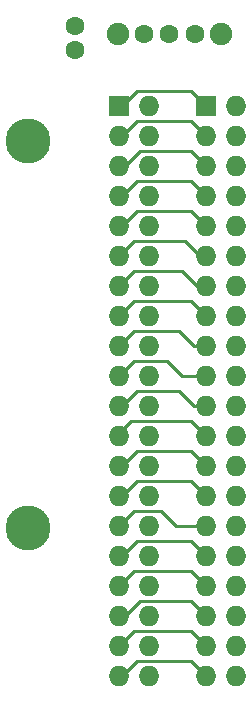
<source format=gbr>
G04 #@! TF.GenerationSoftware,KiCad,Pcbnew,5.0.2+dfsg1-1~bpo9+1*
G04 #@! TF.CreationDate,2019-07-06T14:36:30+01:00*
G04 #@! TF.ProjectId,pi_gpio_breakout_fan,70695f67-7069-46f5-9f62-7265616b6f75,rev?*
G04 #@! TF.SameCoordinates,Original*
G04 #@! TF.FileFunction,Copper,L2,Bot*
G04 #@! TF.FilePolarity,Positive*
%FSLAX46Y46*%
G04 Gerber Fmt 4.6, Leading zero omitted, Abs format (unit mm)*
G04 Created by KiCad (PCBNEW 5.0.2+dfsg1-1~bpo9+1) date Sat 06 Jul 2019 14:36:30 BST*
%MOMM*%
%LPD*%
G01*
G04 APERTURE LIST*
G04 #@! TA.AperFunction,ComponentPad*
%ADD10R,1.727200X1.727200*%
G04 #@! TD*
G04 #@! TA.AperFunction,ComponentPad*
%ADD11O,1.727200X1.727200*%
G04 #@! TD*
G04 #@! TA.AperFunction,ComponentPad*
%ADD12C,1.600000*%
G04 #@! TD*
G04 #@! TA.AperFunction,ComponentPad*
%ADD13C,3.800000*%
G04 #@! TD*
G04 #@! TA.AperFunction,ComponentPad*
%ADD14C,1.900000*%
G04 #@! TD*
G04 #@! TA.AperFunction,Conductor*
%ADD15C,0.250000*%
G04 #@! TD*
G04 APERTURE END LIST*
D10*
G04 #@! TO.P,U1,1*
G04 #@! TO.N,Net-(U1-Pad1)*
X155956000Y-104902000D03*
D11*
G04 #@! TO.P,U1,2*
G04 #@! TO.N,Net-(SW1-Pad2)*
X158496000Y-104902000D03*
G04 #@! TO.P,U1,3*
G04 #@! TO.N,Net-(U1-Pad3)*
X155956000Y-107442000D03*
G04 #@! TO.P,U1,4*
G04 #@! TO.N,Net-(U1-Pad4)*
X158496000Y-107442000D03*
G04 #@! TO.P,U1,5*
G04 #@! TO.N,Net-(U1-Pad5)*
X155956000Y-109982000D03*
G04 #@! TO.P,U1,6*
G04 #@! TO.N,Net-(U1-Pad6)*
X158496000Y-109982000D03*
G04 #@! TO.P,U1,7*
G04 #@! TO.N,Net-(U1-Pad7)*
X155956000Y-112522000D03*
G04 #@! TO.P,U1,8*
G04 #@! TO.N,Net-(U1-Pad8)*
X158496000Y-112522000D03*
G04 #@! TO.P,U1,9*
G04 #@! TO.N,Net-(U1-Pad9)*
X155956000Y-115062000D03*
G04 #@! TO.P,U1,10*
G04 #@! TO.N,Net-(U1-Pad10)*
X158496000Y-115062000D03*
G04 #@! TO.P,U1,11*
G04 #@! TO.N,Net-(U1-Pad11)*
X155956000Y-117602000D03*
G04 #@! TO.P,U1,12*
G04 #@! TO.N,Net-(U1-Pad12)*
X158496000Y-117602000D03*
G04 #@! TO.P,U1,13*
G04 #@! TO.N,Net-(U1-Pad13)*
X155956000Y-120142000D03*
G04 #@! TO.P,U1,14*
G04 #@! TO.N,Net-(U1-Pad14)*
X158496000Y-120142000D03*
G04 #@! TO.P,U1,15*
G04 #@! TO.N,Net-(U1-Pad15)*
X155956000Y-122682000D03*
G04 #@! TO.P,U1,16*
G04 #@! TO.N,Net-(U1-Pad16)*
X158496000Y-122682000D03*
G04 #@! TO.P,U1,17*
G04 #@! TO.N,Net-(U1-Pad17)*
X155956000Y-125222000D03*
G04 #@! TO.P,U1,18*
G04 #@! TO.N,Net-(U1-Pad18)*
X158496000Y-125222000D03*
G04 #@! TO.P,U1,19*
G04 #@! TO.N,Net-(U1-Pad19)*
X155956000Y-127762000D03*
G04 #@! TO.P,U1,20*
G04 #@! TO.N,Net-(U1-Pad20)*
X158496000Y-127762000D03*
G04 #@! TO.P,U1,21*
G04 #@! TO.N,Net-(U1-Pad21)*
X155956000Y-130302000D03*
G04 #@! TO.P,U1,22*
G04 #@! TO.N,Net-(U1-Pad22)*
X158496000Y-130302000D03*
G04 #@! TO.P,U1,23*
G04 #@! TO.N,Net-(U1-Pad23)*
X155956000Y-132842000D03*
G04 #@! TO.P,U1,24*
G04 #@! TO.N,Net-(U1-Pad24)*
X158496000Y-132842000D03*
G04 #@! TO.P,U1,25*
G04 #@! TO.N,Net-(U1-Pad25)*
X155956000Y-135382000D03*
G04 #@! TO.P,U1,26*
G04 #@! TO.N,Net-(U1-Pad26)*
X158496000Y-135382000D03*
G04 #@! TO.P,U1,27*
G04 #@! TO.N,Net-(U1-Pad27)*
X155956000Y-137922000D03*
G04 #@! TO.P,U1,28*
G04 #@! TO.N,Net-(U1-Pad28)*
X158496000Y-137922000D03*
G04 #@! TO.P,U1,29*
G04 #@! TO.N,Net-(U1-Pad29)*
X155956000Y-140462000D03*
G04 #@! TO.P,U1,30*
G04 #@! TO.N,Net-(U1-Pad30)*
X158496000Y-140462000D03*
G04 #@! TO.P,U1,31*
G04 #@! TO.N,Net-(U1-Pad31)*
X155956000Y-143002000D03*
G04 #@! TO.P,U1,32*
G04 #@! TO.N,Net-(U1-Pad32)*
X158496000Y-143002000D03*
G04 #@! TO.P,U1,33*
G04 #@! TO.N,Net-(U1-Pad33)*
X155956000Y-145542000D03*
G04 #@! TO.P,U1,34*
G04 #@! TO.N,Net-(U1-Pad34)*
X158496000Y-145542000D03*
G04 #@! TO.P,U1,35*
G04 #@! TO.N,Net-(U1-Pad35)*
X155956000Y-148082000D03*
G04 #@! TO.P,U1,36*
G04 #@! TO.N,Net-(U1-Pad36)*
X158496000Y-148082000D03*
G04 #@! TO.P,U1,37*
G04 #@! TO.N,Net-(U1-Pad37)*
X155956000Y-150622000D03*
G04 #@! TO.P,U1,38*
G04 #@! TO.N,Net-(U1-Pad38)*
X158496000Y-150622000D03*
G04 #@! TO.P,U1,39*
G04 #@! TO.N,Net-(U1-Pad39)*
X155956000Y-153162000D03*
G04 #@! TO.P,U1,40*
G04 #@! TO.N,Net-(U1-Pad40)*
X158496000Y-153162000D03*
G04 #@! TD*
D10*
G04 #@! TO.P,U2,1*
G04 #@! TO.N,Net-(U1-Pad1)*
X148590000Y-104902000D03*
D11*
G04 #@! TO.P,U2,2*
G04 #@! TO.N,Net-(SW1-Pad2)*
X151130000Y-104902000D03*
G04 #@! TO.P,U2,3*
G04 #@! TO.N,Net-(U1-Pad3)*
X148590000Y-107442000D03*
G04 #@! TO.P,U2,4*
G04 #@! TO.N,Net-(U1-Pad4)*
X151130000Y-107442000D03*
G04 #@! TO.P,U2,5*
G04 #@! TO.N,Net-(U1-Pad5)*
X148590000Y-109982000D03*
G04 #@! TO.P,U2,6*
G04 #@! TO.N,Net-(U1-Pad6)*
X151130000Y-109982000D03*
G04 #@! TO.P,U2,7*
G04 #@! TO.N,Net-(U1-Pad7)*
X148590000Y-112522000D03*
G04 #@! TO.P,U2,8*
G04 #@! TO.N,Net-(U1-Pad8)*
X151130000Y-112522000D03*
G04 #@! TO.P,U2,9*
G04 #@! TO.N,Net-(U1-Pad9)*
X148590000Y-115062000D03*
G04 #@! TO.P,U2,10*
G04 #@! TO.N,Net-(U1-Pad10)*
X151130000Y-115062000D03*
G04 #@! TO.P,U2,11*
G04 #@! TO.N,Net-(U1-Pad11)*
X148590000Y-117602000D03*
G04 #@! TO.P,U2,12*
G04 #@! TO.N,Net-(U1-Pad12)*
X151130000Y-117602000D03*
G04 #@! TO.P,U2,13*
G04 #@! TO.N,Net-(U1-Pad13)*
X148590000Y-120142000D03*
G04 #@! TO.P,U2,14*
G04 #@! TO.N,Net-(U1-Pad14)*
X151130000Y-120142000D03*
G04 #@! TO.P,U2,15*
G04 #@! TO.N,Net-(U1-Pad15)*
X148590000Y-122682000D03*
G04 #@! TO.P,U2,16*
G04 #@! TO.N,Net-(U1-Pad16)*
X151130000Y-122682000D03*
G04 #@! TO.P,U2,17*
G04 #@! TO.N,Net-(U1-Pad17)*
X148590000Y-125222000D03*
G04 #@! TO.P,U2,18*
G04 #@! TO.N,Net-(U1-Pad18)*
X151130000Y-125222000D03*
G04 #@! TO.P,U2,19*
G04 #@! TO.N,Net-(U1-Pad19)*
X148590000Y-127762000D03*
G04 #@! TO.P,U2,20*
G04 #@! TO.N,Net-(U1-Pad20)*
X151130000Y-127762000D03*
G04 #@! TO.P,U2,21*
G04 #@! TO.N,Net-(U1-Pad21)*
X148590000Y-130302000D03*
G04 #@! TO.P,U2,22*
G04 #@! TO.N,Net-(U1-Pad22)*
X151130000Y-130302000D03*
G04 #@! TO.P,U2,23*
G04 #@! TO.N,Net-(U1-Pad23)*
X148590000Y-132842000D03*
G04 #@! TO.P,U2,24*
G04 #@! TO.N,Net-(U1-Pad24)*
X151130000Y-132842000D03*
G04 #@! TO.P,U2,25*
G04 #@! TO.N,Net-(U1-Pad25)*
X148590000Y-135382000D03*
G04 #@! TO.P,U2,26*
G04 #@! TO.N,Net-(U1-Pad26)*
X151130000Y-135382000D03*
G04 #@! TO.P,U2,27*
G04 #@! TO.N,Net-(U1-Pad27)*
X148590000Y-137922000D03*
G04 #@! TO.P,U2,28*
G04 #@! TO.N,Net-(U1-Pad28)*
X151130000Y-137922000D03*
G04 #@! TO.P,U2,29*
G04 #@! TO.N,Net-(U1-Pad29)*
X148590000Y-140462000D03*
G04 #@! TO.P,U2,30*
G04 #@! TO.N,Net-(U1-Pad30)*
X151130000Y-140462000D03*
G04 #@! TO.P,U2,31*
G04 #@! TO.N,Net-(U1-Pad31)*
X148590000Y-143002000D03*
G04 #@! TO.P,U2,32*
G04 #@! TO.N,Net-(U1-Pad32)*
X151130000Y-143002000D03*
G04 #@! TO.P,U2,33*
G04 #@! TO.N,Net-(U1-Pad33)*
X148590000Y-145542000D03*
G04 #@! TO.P,U2,34*
G04 #@! TO.N,Net-(U1-Pad34)*
X151130000Y-145542000D03*
G04 #@! TO.P,U2,35*
G04 #@! TO.N,Net-(U1-Pad35)*
X148590000Y-148082000D03*
G04 #@! TO.P,U2,36*
G04 #@! TO.N,Net-(U1-Pad36)*
X151130000Y-148082000D03*
G04 #@! TO.P,U2,37*
G04 #@! TO.N,Net-(U1-Pad37)*
X148590000Y-150622000D03*
G04 #@! TO.P,U2,38*
G04 #@! TO.N,Net-(U1-Pad38)*
X151130000Y-150622000D03*
G04 #@! TO.P,U2,39*
G04 #@! TO.N,Net-(U1-Pad39)*
X148590000Y-153162000D03*
G04 #@! TO.P,U2,40*
G04 #@! TO.N,Net-(U1-Pad40)*
X151130000Y-153162000D03*
G04 #@! TD*
D12*
G04 #@! TO.P,U3,1*
G04 #@! TO.N,Net-(U1-Pad6)*
X144907000Y-100152200D03*
G04 #@! TO.P,U3,2*
G04 #@! TO.N,Net-(SW1-Pad1)*
X144907000Y-98120200D03*
G04 #@! TD*
D13*
G04 #@! TO.P,M1,1*
G04 #@! TO.N,Net-(M1-Pad1)*
X140957300Y-140665200D03*
G04 #@! TO.P,M1,2*
G04 #@! TO.N,Net-(M1-Pad2)*
X140957300Y-107873800D03*
G04 #@! TD*
D12*
G04 #@! TO.P,SW1,1*
G04 #@! TO.N,Net-(SW1-Pad1)*
X150723600Y-98844100D03*
G04 #@! TO.P,SW1,2*
G04 #@! TO.N,Net-(SW1-Pad2)*
X152882600Y-98844100D03*
G04 #@! TO.P,SW1,3*
G04 #@! TO.N,Net-(SW1-Pad3)*
X155041600Y-98844100D03*
D14*
G04 #@! TO.P,SW1,4*
G04 #@! TO.N,N/C*
X148539200Y-98844100D03*
X157251400Y-98844100D03*
G04 #@! TD*
D15*
G04 #@! TO.N,Net-(U1-Pad1)*
X148590000Y-104902000D02*
X148844000Y-104902000D01*
X148844000Y-104902000D02*
X150114000Y-103632000D01*
X150114000Y-103632000D02*
X154686000Y-103632000D01*
X154686000Y-103632000D02*
X155956000Y-104902000D01*
G04 #@! TO.N,Net-(U1-Pad3)*
X148590000Y-107442000D02*
X148844000Y-107442000D01*
X148844000Y-107442000D02*
X150114000Y-106172000D01*
X150114000Y-106172000D02*
X154686000Y-106172000D01*
X154686000Y-106172000D02*
X155956000Y-107442000D01*
G04 #@! TO.N,Net-(U1-Pad5)*
X148590000Y-109982000D02*
X149098000Y-109982000D01*
X149098000Y-109982000D02*
X150368000Y-108712000D01*
X150368000Y-108712000D02*
X154686000Y-108712000D01*
X154686000Y-108712000D02*
X155956000Y-109982000D01*
G04 #@! TO.N,Net-(U1-Pad7)*
X148590000Y-112522000D02*
X148844000Y-112522000D01*
X148844000Y-112522000D02*
X150114000Y-111252000D01*
X150114000Y-111252000D02*
X154686000Y-111252000D01*
X154686000Y-111252000D02*
X155956000Y-112522000D01*
G04 #@! TO.N,Net-(U1-Pad9)*
X148590000Y-115062000D02*
X148844000Y-115062000D01*
X148844000Y-115062000D02*
X150114000Y-113792000D01*
X150114000Y-113792000D02*
X154686000Y-113792000D01*
X154686000Y-113792000D02*
X155956000Y-115062000D01*
G04 #@! TO.N,Net-(U1-Pad11)*
X148590000Y-117602000D02*
X149860000Y-116332000D01*
X154178000Y-116332000D02*
X155448000Y-117602000D01*
X149860000Y-116332000D02*
X154178000Y-116332000D01*
X155448000Y-117602000D02*
X155956000Y-117602000D01*
G04 #@! TO.N,Net-(U1-Pad13)*
X148590000Y-120142000D02*
X149860000Y-118872000D01*
X153924000Y-118872000D02*
X155194000Y-120142000D01*
X149860000Y-118872000D02*
X153924000Y-118872000D01*
X155194000Y-120142000D02*
X155956000Y-120142000D01*
G04 #@! TO.N,Net-(U1-Pad15)*
X148590000Y-122682000D02*
X149860000Y-121412000D01*
X154686000Y-121412000D02*
X155956000Y-122682000D01*
X149860000Y-121412000D02*
X154686000Y-121412000D01*
G04 #@! TO.N,Net-(U1-Pad17)*
X148590000Y-125222000D02*
X149860000Y-123952000D01*
X154940000Y-125222000D02*
X155956000Y-125222000D01*
X153670000Y-123952000D02*
X154940000Y-125222000D01*
X149860000Y-123952000D02*
X153670000Y-123952000D01*
G04 #@! TO.N,Net-(U1-Pad19)*
X148590000Y-127762000D02*
X149860000Y-126492000D01*
X153924000Y-127762000D02*
X155956000Y-127762000D01*
X152654000Y-126492000D02*
X153924000Y-127762000D01*
X149860000Y-126492000D02*
X152654000Y-126492000D01*
G04 #@! TO.N,Net-(U1-Pad21)*
X148590000Y-130302000D02*
X148844000Y-130302000D01*
X148844000Y-130302000D02*
X150114000Y-129032000D01*
X150114000Y-129032000D02*
X153670000Y-129032000D01*
X153670000Y-129032000D02*
X154940000Y-130302000D01*
X154940000Y-130302000D02*
X155956000Y-130302000D01*
G04 #@! TO.N,Net-(U1-Pad23)*
X148590000Y-132842000D02*
X148590000Y-132588000D01*
X148590000Y-132588000D02*
X149606000Y-131572000D01*
X149606000Y-131572000D02*
X154686000Y-131572000D01*
X154686000Y-131572000D02*
X155956000Y-132842000D01*
G04 #@! TO.N,Net-(U1-Pad25)*
X148590000Y-135382000D02*
X148844000Y-135382000D01*
X148844000Y-135382000D02*
X150114000Y-134112000D01*
X150114000Y-134112000D02*
X154686000Y-134112000D01*
X154686000Y-134112000D02*
X155956000Y-135382000D01*
G04 #@! TO.N,Net-(U1-Pad27)*
X148590000Y-137922000D02*
X148844000Y-137922000D01*
X148844000Y-137922000D02*
X150114000Y-136652000D01*
X150114000Y-136652000D02*
X154686000Y-136652000D01*
X154686000Y-136652000D02*
X155956000Y-137922000D01*
G04 #@! TO.N,Net-(U1-Pad29)*
X148590000Y-140462000D02*
X149860000Y-139192000D01*
X153416000Y-140462000D02*
X155956000Y-140462000D01*
X152146000Y-139192000D02*
X153416000Y-140462000D01*
X149860000Y-139192000D02*
X152146000Y-139192000D01*
G04 #@! TO.N,Net-(U1-Pad31)*
X148590000Y-143002000D02*
X148844000Y-143002000D01*
X148844000Y-143002000D02*
X150114000Y-141732000D01*
X150114000Y-141732000D02*
X154686000Y-141732000D01*
X154686000Y-141732000D02*
X155956000Y-143002000D01*
G04 #@! TO.N,Net-(U1-Pad33)*
X148590000Y-145542000D02*
X149860000Y-144272000D01*
X154686000Y-144272000D02*
X155956000Y-145542000D01*
X149860000Y-144272000D02*
X154686000Y-144272000D01*
G04 #@! TO.N,Net-(U1-Pad35)*
X148590000Y-148082000D02*
X149098000Y-148082000D01*
X149098000Y-148082000D02*
X150368000Y-146812000D01*
X150368000Y-146812000D02*
X154686000Y-146812000D01*
X154686000Y-146812000D02*
X155956000Y-148082000D01*
G04 #@! TO.N,Net-(U1-Pad37)*
X148590000Y-150622000D02*
X149860000Y-149352000D01*
X154686000Y-149352000D02*
X155956000Y-150622000D01*
X149860000Y-149352000D02*
X154686000Y-149352000D01*
G04 #@! TO.N,Net-(U1-Pad39)*
X148590000Y-153162000D02*
X148844000Y-153162000D01*
X148844000Y-153162000D02*
X150114000Y-151892000D01*
X150114000Y-151892000D02*
X154686000Y-151892000D01*
X154686000Y-151892000D02*
X155956000Y-153162000D01*
G04 #@! TD*
M02*

</source>
